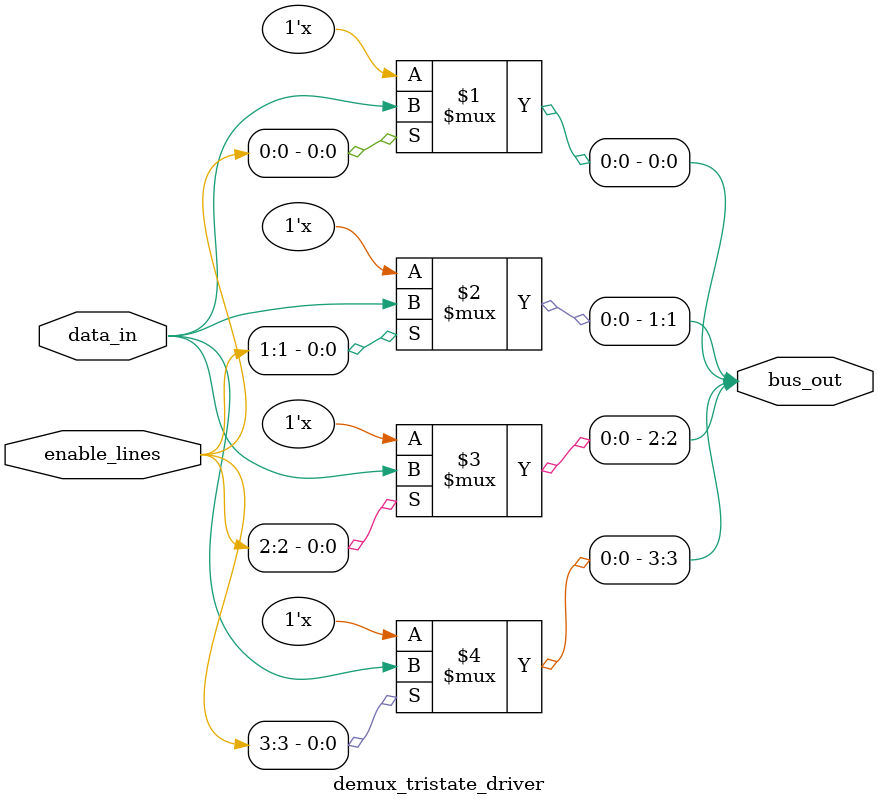
<source format=sv>
module tristate_demux_hier (
    input  wire        data_in,          // Serial data input
    input  wire [1:0]  select,           // Output channel select
    input  wire        output_enable,    // Enable for demux operation
    output wire [3:0]  demux_bus         // Tristate data bus
);

    // Internal signals
    wire [3:0] enable_onehot;

    // Channel selection logic submodule
    demux_channel_selector u_channel_selector (
        .sel            (select),
        .enable_global  (output_enable),
        .enable_lines   (enable_onehot)
    );

    // Tristate output driver submodule
    demux_tristate_driver u_tristate_driver (
        .data_in        (data_in),
        .enable_lines   (enable_onehot),
        .bus_out        (demux_bus)
    );

endmodule

// -----------------------------------------------------------------------------
// demux_channel_selector: Decodes select and global enable to generate a
// one-hot per-channel enable signal vector.
// -----------------------------------------------------------------------------
module demux_channel_selector (
    input  wire [1:0] sel,               // 2-bit channel select
    input  wire       enable_global,      // Global output enable
    output wire [3:0] enable_lines        // One-hot enables for each output
);
    // One-hot enable generation
    assign enable_lines[0] = enable_global && (sel == 2'b00);
    assign enable_lines[1] = enable_global && (sel == 2'b01);
    assign enable_lines[2] = enable_global && (sel == 2'b10);
    assign enable_lines[3] = enable_global && (sel == 2'b11);
endmodule

// -----------------------------------------------------------------------------
// demux_tristate_driver: Drives the 4-bit tristate output bus. Each bit is
// driven by data_in if the corresponding enable_lines bit is asserted.
// Otherwise, the output is high-impedance ('z').
// -----------------------------------------------------------------------------
module demux_tristate_driver (
    input  wire        data_in,           // Data to drive onto bus
    input  wire [3:0]  enable_lines,      // Per-channel enables
    output wire [3:0]  bus_out            // Tristate bus
);
    assign bus_out[0] = enable_lines[0] ? data_in : 1'bz;
    assign bus_out[1] = enable_lines[1] ? data_in : 1'bz;
    assign bus_out[2] = enable_lines[2] ? data_in : 1'bz;
    assign bus_out[3] = enable_lines[3] ? data_in : 1'bz;
endmodule
</source>
